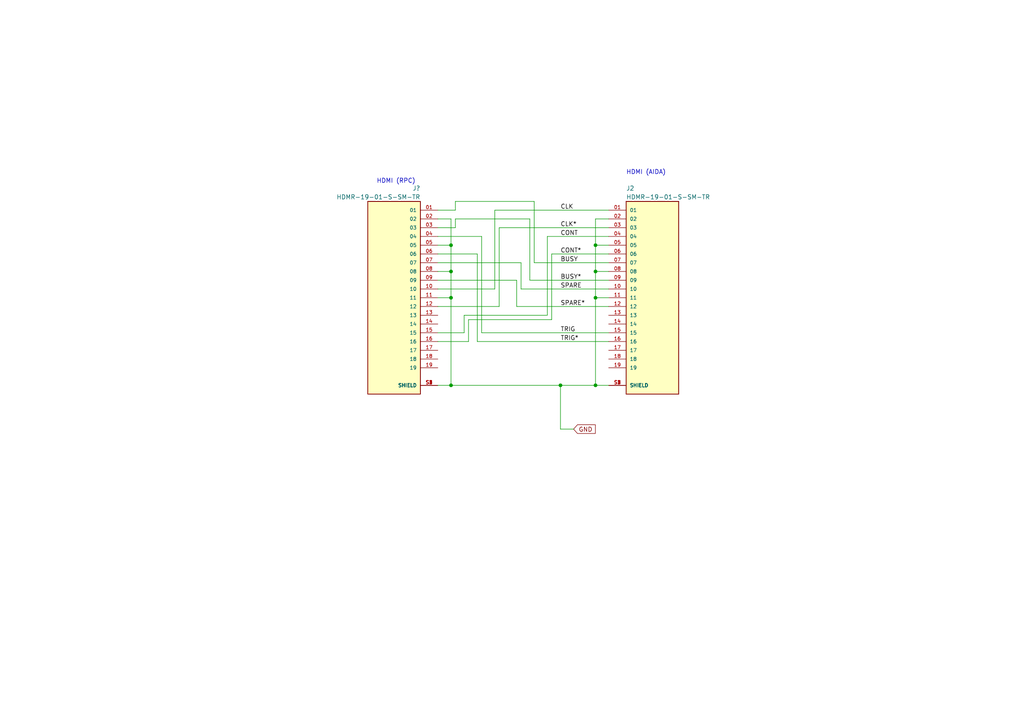
<source format=kicad_sch>
(kicad_sch (version 20211123) (generator eeschema)
  (paper "A4")
  (lib_symbols
    (symbol "HDMR-19-01-S-SM-TR:HDMR-19-01-S-SM-TR" (pin_names (offset 1.016))
      (property "Reference" "J" (at -7.62 29.21 0))
      (property "Value" "HDMR-19-01-S-SM-TR" (at -7.62 -29.21 0))
      (symbol "HDMR-19-01-S-SM-TR_0_0"
        (rectangle (start -7.62 -27.94) (end 7.62 27.94) (stroke (width 0.254)) (fill (type background)))
        (pin passive line (at -12.7 25.4 0) (length 5.08) (name "01") (number "01"))
        (pin passive line (at -12.7 22.86 0) (length 5.08) (name "02") (number "02"))
        (pin passive line (at -12.7 20.32 0) (length 5.08) (name "03") (number "03"))
        (pin passive line (at -12.7 17.78 0) (length 5.08) (name "04") (number "04"))
        (pin passive line (at -12.7 15.24 0) (length 5.08) (name "05") (number "05"))
        (pin passive line (at -12.7 12.7 0) (length 5.08) (name "06") (number "06"))
        (pin passive line (at -12.7 10.16 0) (length 5.08) (name "07") (number "07"))
        (pin passive line (at -12.7 7.62 0) (length 5.08) (name "08") (number "08"))
        (pin passive line (at -12.7 5.08 0) (length 5.08) (name "09") (number "09"))
        (pin passive line (at -12.7 2.54 0) (length 5.08) (name "10") (number "10"))
        (pin passive line (at -12.7 0 0) (length 5.08) (name "11") (number "11"))
        (pin passive line (at -12.7 -2.54 0) (length 5.08) (name "12") (number "12"))
        (pin passive line (at -12.7 -5.08 0) (length 5.08) (name "13") (number "13"))
        (pin passive line (at -12.7 -7.62 0) (length 5.08) (name "14") (number "14"))
        (pin passive line (at -12.7 -10.16 0) (length 5.08) (name "15") (number "15"))
        (pin passive line (at -12.7 -12.7 0) (length 5.08) (name "16") (number "16"))
        (pin passive line (at -12.7 -15.24 0) (length 5.08) (name "17") (number "17"))
        (pin passive line (at -12.7 -17.78 0) (length 5.08) (name "18") (number "18"))
        (pin passive line (at -12.7 -20.32 0) (length 5.08) (name "19") (number "19"))
        (pin passive line (at -12.7 -25.4 0) (length 5.08) (name "SHIELD") (number "S1"))
        (pin passive line (at -12.7 -25.4 0) (length 5.08) (name "SHIELD") (number "S2"))
        (pin passive line (at -12.7 -25.4 0) (length 5.08) (name "SHIELD") (number "S3"))
        (pin passive line (at -12.7 -25.4 0) (length 5.08) (name "SHIELD") (number "S4"))
      )
    )
  )
  (junction (at 162.56 111.76))
  (junction (at 172.72 86.36))
  (junction (at 130.81 86.36))
  (junction (at 172.72 111.76))
  (junction (at 172.72 71.12))
  (junction (at 130.81 78.74))
  (junction (at 130.81 111.76))
  (junction (at 130.81 71.12))
  (junction (at 172.72 78.74))
  (wire (pts (xy 138.43 99.06) (xy 138.43 73.66)))
  (wire (pts (xy 172.72 111.76) (xy 176.53 111.76)))
  (wire (pts (xy 153.67 81.28) (xy 153.67 63.5)))
  (wire (pts (xy 127 86.36) (xy 130.81 86.36)))
  (wire (pts (xy 138.43 73.66) (xy 127 73.66)))
  (wire (pts (xy 149.86 81.28) (xy 149.86 88.9)))
  (wire (pts (xy 139.7 96.52) (xy 139.7 68.58)))
  (wire (pts (xy 135.89 99.06) (xy 127 99.06)))
  (wire (pts (xy 134.62 96.52) (xy 127 96.52)))
  (wire (pts (xy 138.43 99.06) (xy 176.53 99.06)))
  (wire (pts (xy 127 71.12) (xy 130.81 71.12)))
  (wire (pts (xy 132.08 58.42) (xy 132.08 60.96)))
  (wire (pts (xy 154.94 76.2) (xy 176.53 76.2)))
  (wire (pts (xy 130.81 63.5) (xy 130.81 71.12)))
  (wire (pts (xy 154.94 58.42) (xy 132.08 58.42)))
  (wire (pts (xy 172.72 71.12) (xy 172.72 78.74)))
  (wire (pts (xy 158.75 68.58) (xy 158.75 91.44)))
  (wire (pts (xy 143.51 60.96) (xy 176.53 60.96)))
  (wire (pts (xy 144.78 66.04) (xy 144.78 88.9)))
  (wire (pts (xy 127 60.96) (xy 132.08 60.96)))
  (wire (pts (xy 176.53 63.5) (xy 172.72 63.5)))
  (wire (pts (xy 166.37 124.46) (xy 162.56 124.46)))
  (wire (pts (xy 172.72 86.36) (xy 176.53 86.36)))
  (wire (pts (xy 154.94 76.2) (xy 154.94 58.42)))
  (wire (pts (xy 153.67 81.28) (xy 176.53 81.28)))
  (wire (pts (xy 127 78.74) (xy 130.81 78.74)))
  (wire (pts (xy 153.67 63.5) (xy 132.08 63.5)))
  (wire (pts (xy 130.81 71.12) (xy 130.81 78.74)))
  (wire (pts (xy 162.56 111.76) (xy 172.72 111.76)))
  (wire (pts (xy 151.13 76.2) (xy 127 76.2)))
  (wire (pts (xy 130.81 78.74) (xy 130.81 86.36)))
  (wire (pts (xy 130.81 86.36) (xy 130.81 111.76)))
  (wire (pts (xy 172.72 78.74) (xy 172.72 86.36)))
  (wire (pts (xy 172.72 86.36) (xy 172.72 111.76)))
  (wire (pts (xy 151.13 83.82) (xy 151.13 76.2)))
  (wire (pts (xy 127 63.5) (xy 130.81 63.5)))
  (wire (pts (xy 139.7 96.52) (xy 176.53 96.52)))
  (wire (pts (xy 162.56 111.76) (xy 162.56 124.46)))
  (wire (pts (xy 132.08 66.04) (xy 127 66.04)))
  (wire (pts (xy 158.75 68.58) (xy 176.53 68.58)))
  (wire (pts (xy 127 81.28) (xy 149.86 81.28)))
  (wire (pts (xy 160.02 73.66) (xy 176.53 73.66)))
  (wire (pts (xy 132.08 63.5) (xy 132.08 66.04)))
  (wire (pts (xy 135.89 92.71) (xy 135.89 99.06)))
  (wire (pts (xy 151.13 83.82) (xy 176.53 83.82)))
  (wire (pts (xy 172.72 78.74) (xy 176.53 78.74)))
  (wire (pts (xy 139.7 68.58) (xy 127 68.58)))
  (wire (pts (xy 144.78 88.9) (xy 127 88.9)))
  (wire (pts (xy 134.62 91.44) (xy 134.62 96.52)))
  (wire (pts (xy 143.51 60.96) (xy 143.51 83.82)))
  (wire (pts (xy 127 111.76) (xy 130.81 111.76)))
  (wire (pts (xy 160.02 92.71) (xy 135.89 92.71)))
  (wire (pts (xy 130.81 111.76) (xy 162.56 111.76)))
  (wire (pts (xy 144.78 66.04) (xy 176.53 66.04)))
  (wire (pts (xy 172.72 71.12) (xy 176.53 71.12)))
  (wire (pts (xy 160.02 73.66) (xy 160.02 92.71)))
  (wire (pts (xy 158.75 91.44) (xy 134.62 91.44)))
  (wire (pts (xy 149.86 88.9) (xy 176.53 88.9)))
  (wire (pts (xy 143.51 83.82) (xy 127 83.82)))
  (wire (pts (xy 172.72 63.5) (xy 172.72 71.12)))
  (text "HDMI (RPC)" (at 109.22 53.34 0) (effects (font (size 1.27 1.27)) (justify left bottom)))
  (text "HDMI (AIDA)" (at 181.61 50.8 0) (effects (font (size 1.27 1.27)) (justify left bottom)))
  (label "TRIG*" (at 162.56 99.06 0))
  (label "BUSY*" (at 162.56 81.28 0))
  (label "CONT*" (at 162.56 73.66 0))
  (label "CONT" (at 162.56 68.58 0))
  (label "TRIG" (at 162.56 96.52 0))
  (label "BUSY" (at 162.56 76.2 0))
  (label "SPARE" (at 162.56 83.82 0))
  (label "CLK*" (at 162.56 66.04 0))
  (label "SPARE*" (at 162.56 88.9 0))
  (label "CLK" (at 162.56 60.96 0))
  (global_label "GND" (shape input) (at 166.37 124.46 0) (property "Intersheet References" "${INTERSHEET_REFS}" (effects hide)))
  (symbol (lib_id "HDMR-19-01-S-SM-TR:HDMR-19-01-S-SM-TR") (at 114.3 86.36 0) (mirror y) (unit 1)
    (property "Reference" "J?" (at 121.92 54.6131 0) (effects (justify left)))
    (property "Value" "HDMR-19-01-S-SM-TR" (at 121.92 57.15 0) (effects (justify left)))
    (property "Footprint" "HDMR-19-01-S-SM-TR:SAMTEC_HDMR-19-01-S-SM-TR" (effects hide))
    (property "MAXIMUM_PACKAGE_HEIGHT" "6.18 mm" (effects hide))
    (property "MANUFACTURER" "Samtec" (effects hide))
    (property "STANDARD" "Manufacturer Recommendations" (effects hide))
    (property "PARTREV" "H" (effects hide))
  )
  (symbol (lib_id "HDMR-19-01-S-SM-TR:HDMR-19-01-S-SM-TR") (at 189.23 86.36 0) (unit 1)
    (property "Reference" "J2" (at 181.61 54.6131 0) (effects (justify left)))
    (property "Value" "HDMR-19-01-S-SM-TR" (at 181.61 57.15 0) (effects (justify left)))
    (property "Footprint" "HDMR-19-01-S-SM-TR:SAMTEC_HDMR-19-01-S-SM-TR" (effects hide))
    (property "MAXIMUM_PACKAGE_HEIGHT" "6.18 mm" (effects hide))
    (property "MANUFACTURER" "Samtec" (effects hide))
    (property "STANDARD" "Manufacturer Recommendations" (effects hide))
    (property "PARTREV" "H" (effects hide))
  )
)
</source>
